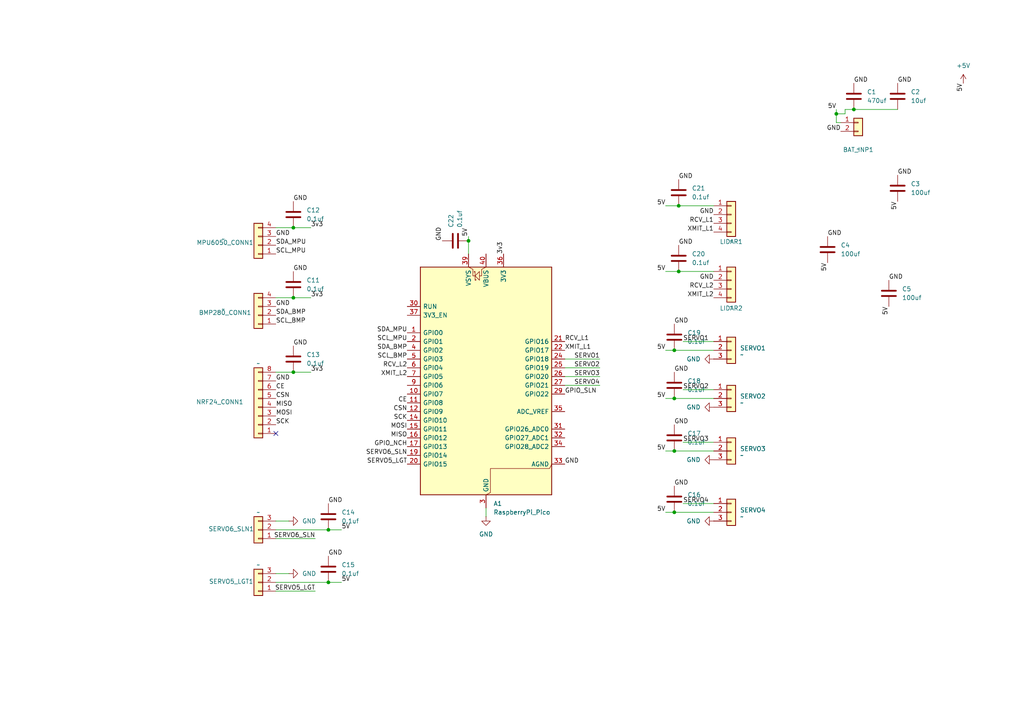
<source format=kicad_sch>
(kicad_sch (version 20250114) (generator "eeschema") (generator_version "9.0")
  (paper "A4")
  (title_block (title "ASTRA-V"))
  (lib_symbols
    (symbol "Connector_Generic:Conn_01x02" (pin_names (offset 1.016) (hide yes))
      (property "Reference" "J" (at 0 2.54 0))
      (property "Value" "Conn_01x02" (at 0 -5.08 0))
      (symbol "Conn_01x02_1_1"
        (rectangle (start -1.27 1.27) (end 1.27 -3.81) (stroke (width 0.254)) (fill (type background)))
        (rectangle (start -1.27 0.127) (end 0 -0.127) (stroke (width 0.1524)))
        (rectangle (start -1.27 -2.413) (end 0 -2.667) (stroke (width 0.1524)))
        (pin output line (at -5.08 0 0) (length 3.81) (name "Pin_1") (number "1"))
        (pin output line (at -5.08 -2.54 0) (length 3.81) (name "Pin_2") (number "2"))
      )
    )
    (symbol "Connector_Generic:Conn_01x03" (pin_names (offset 1.016) (hide yes))
      (property "Reference" "J" (at 0 5.08 0))
      (property "Value" "Conn_01x03" (at 0 -5.08 0))
      (symbol "Conn_01x03_1_1"
        (rectangle (start -1.27 3.81) (end 1.27 -3.81) (stroke (width 0.254)) (fill (type background)))
        (rectangle (start -1.27 2.667) (end 0 2.413) (stroke (width 0.1524)))
        (rectangle (start -1.27 0.127) (end 0 -0.127) (stroke (width 0.1524)))
        (rectangle (start -1.27 -2.413) (end 0 -2.667) (stroke (width 0.1524)))
        (pin passive line (at -5.08 2.54 0) (length 3.81) (name "Pin_1") (number "1"))
        (pin passive line (at -5.08 0 0) (length 3.81) (name "Pin_2") (number "2"))
        (pin passive line (at -5.08 -2.54 0) (length 3.81) (name "Pin_3") (number "3"))
      )
    )
    (symbol "Connector_Generic:Conn_01x04" (pin_names (offset 1.016) (hide yes))
      (property "Reference" "J" (at 0 5.08 0))
      (property "Value" "Conn_01x04" (at 0 -7.62 0))
      (symbol "Conn_01x04_1_1"
        (rectangle (start -1.27 3.81) (end 1.27 -6.35) (stroke (width 0.254)) (fill (type background)))
        (rectangle (start -1.27 2.667) (end 0 2.413) (stroke (width 0.1524)))
        (rectangle (start -1.27 0.127) (end 0 -0.127) (stroke (width 0.1524)))
        (rectangle (start -1.27 -2.413) (end 0 -2.667) (stroke (width 0.1524)))
        (rectangle (start -1.27 -4.953) (end 0 -5.207) (stroke (width 0.1524)))
        (pin passive line (at -5.08 2.54 0) (length 3.81) (name "Pin_1") (number "1"))
        (pin passive line (at -5.08 0 0) (length 3.81) (name "Pin_2") (number "2"))
        (pin passive line (at -5.08 -2.54 0) (length 3.81) (name "Pin_3") (number "3"))
        (pin passive line (at -5.08 -5.08 0) (length 3.81) (name "Pin_4") (number "4"))
      )
    )
    (symbol "Connector_Generic:Conn_01x08" (pin_names (offset 1.016) (hide yes))
      (property "Reference" "J" (at 0 10.16 0))
      (property "Value" "Conn_01x08" (at 0 -12.7 0))
      (symbol "Conn_01x08_1_1"
        (rectangle (start -1.27 8.89) (end 1.27 -11.43) (stroke (width 0.254)) (fill (type background)))
        (rectangle (start -1.27 7.747) (end 0 7.493) (stroke (width 0.1524)))
        (rectangle (start -1.27 5.207) (end 0 4.953) (stroke (width 0.1524)))
        (rectangle (start -1.27 2.667) (end 0 2.413) (stroke (width 0.1524)))
        (rectangle (start -1.27 0.127) (end 0 -0.127) (stroke (width 0.1524)))
        (rectangle (start -1.27 -2.413) (end 0 -2.667) (stroke (width 0.1524)))
        (rectangle (start -1.27 -4.953) (end 0 -5.207) (stroke (width 0.1524)))
        (rectangle (start -1.27 -7.493) (end 0 -7.747) (stroke (width 0.1524)))
        (rectangle (start -1.27 -10.033) (end 0 -10.287) (stroke (width 0.1524)))
        (pin passive line (at -5.08 7.62 0) (length 3.81) (name "Pin_1") (number "1"))
        (pin passive line (at -5.08 5.08 0) (length 3.81) (name "Pin_2") (number "2"))
        (pin passive line (at -5.08 2.54 0) (length 3.81) (name "Pin_3") (number "3"))
        (pin passive line (at -5.08 0 0) (length 3.81) (name "Pin_4") (number "4"))
        (pin passive line (at -5.08 -2.54 0) (length 3.81) (name "Pin_5") (number "5"))
        (pin passive line (at -5.08 -5.08 0) (length 3.81) (name "Pin_6") (number "6"))
        (pin passive line (at -5.08 -7.62 0) (length 3.81) (name "Pin_7") (number "7"))
        (pin passive line (at -5.08 -10.16 0) (length 3.81) (name "Pin_8") (number "8"))
      )
    )
    (symbol "Device:C" (pin_numbers (hide yes)) (pin_names (offset 0.254))
      (property "Reference" "C" (at 0.635 2.54 0))
      (property "Value" "C" (at 0.635 -2.54 0))
      (symbol "C_0_1"
        (polyline (pts (xy -2.032 0.762) (xy 2.032 0.762)) (stroke (width 0.508)))
        (polyline (pts (xy -2.032 -0.762) (xy 2.032 -0.762)) (stroke (width 0.508)))
      )
      (symbol "C_1_1"
        (pin passive line (at 0 3.81 270) (length 2.794) (name "~") (number "1"))
        (pin passive line (at 0 -3.81 90) (length 2.794) (name "~") (number "2"))
      )
    )
    (symbol "GND_1" (power) (pin_numbers (hide yes)) (pin_names (offset 0) (hide yes))
      (property "Value" "GND" (at 0 -3.81 0))
      (symbol "GND_1_0_1"
        (polyline (pts (xy 0 0) (xy 0 -1.27) (xy 1.27 -1.27) (xy 0 -2.54) (xy -1.27 -1.27) (xy 0 -1.27)))
      )
      (symbol "GND_1_1_1"
        (pin power_in line (at 0 0 270) (length 0) (name "~") (number "1"))
      )
    )
    (symbol "GND_2" (power) (pin_numbers (hide yes)) (pin_names (offset 0) (hide yes))
      (property "Value" "GND" (at 0 -3.81 0))
      (symbol "GND_2_0_1"
        (polyline (pts (xy 0 0) (xy 0 -1.27) (xy 1.27 -1.27) (xy 0 -2.54) (xy -1.27 -1.27) (xy 0 -1.27)))
      )
      (symbol "GND_2_1_1"
        (pin power_in line (at 0 0 270) (length 0) (name "~") (number "1"))
      )
    )
    (symbol "MCU_Module:RaspberryPi_Pico" (pin_names (offset 0.762))
      (property "Reference" "A" (at -19.05 35.56 0))
      (property "Value" "RaspberryPi_Pico" (at 7.62 35.56 0))
      (symbol "RaspberryPi_Pico_0_1"
        (rectangle (start -19.05 34.29) (end 19.05 -31.75) (stroke (width 0.254)) (fill (type background)))
        (polyline (pts (xy -5.08 34.29) (xy -3.81 33.655) (xy -3.81 31.75) (xy -3.175 31.75)))
        (polyline (pts (xy -3.429 32.766) (xy -3.429 33.02) (xy -3.175 33.02) (xy -3.175 30.48) (xy -2.921 30.48) (xy -2.921 30.734)))
        (polyline (pts (xy -3.175 31.75) (xy -1.905 33.02) (xy -1.905 30.48) (xy -3.175 31.75)))
        (polyline (pts (xy 0 34.29) (xy -1.27 33.655) (xy -1.27 31.75) (xy -1.905 31.75)))
        (polyline (pts (xy 0 -31.75) (xy 1.27 -31.115) (xy 1.27 -24.13) (xy 18.415 -24.13) (xy 19.05 -22.86)))
      )
      (symbol "RaspberryPi_Pico_1_1"
        (pin passive line (at -22.86 22.86 0) (length 3.81) (name "RUN") (number "30"))
        (pin passive line (at -22.86 20.32 0) (length 3.81) (name "3V3_EN") (number "37"))
        (pin bidirectional line (at -22.86 15.24 0) (length 3.81) (name "GPIO0") (number "1"))
        (pin bidirectional line (at -22.86 12.7 0) (length 3.81) (name "GPIO1") (number "2"))
        (pin bidirectional line (at -22.86 10.16 0) (length 3.81) (name "GPIO2") (number "4"))
        (pin bidirectional line (at -22.86 7.62 0) (length 3.81) (name "GPIO3") (number "5"))
        (pin bidirectional line (at -22.86 5.08 0) (length 3.81) (name "GPIO4") (number "6"))
        (pin bidirectional line (at -22.86 2.54 0) (length 3.81) (name "GPIO5") (number "7"))
        (pin bidirectional line (at -22.86 0 0) (length 3.81) (name "GPIO6") (number "9"))
        (pin bidirectional line (at -22.86 -2.54 0) (length 3.81) (name "GPIO7") (number "10"))
        (pin bidirectional line (at -22.86 -5.08 0) (length 3.81) (name "GPIO8") (number "11"))
        (pin bidirectional line (at -22.86 -7.62 0) (length 3.81) (name "GPIO9") (number "12"))
        (pin bidirectional line (at -22.86 -10.16 0) (length 3.81) (name "GPIO10") (number "14"))
        (pin bidirectional line (at -22.86 -12.7 0) (length 3.81) (name "GPIO11") (number "15"))
        (pin bidirectional line (at -22.86 -15.24 0) (length 3.81) (name "GPIO12") (number "16"))
        (pin bidirectional line (at -22.86 -17.78 0) (length 3.81) (name "GPIO13") (number "17"))
        (pin bidirectional line (at -22.86 -20.32 0) (length 3.81) (name "GPIO14") (number "19"))
        (pin bidirectional line (at -22.86 -22.86 0) (length 3.81) (name "GPIO15") (number "20"))
        (pin power_in line (at -5.08 38.1 270) (length 3.81) (name "VSYS") (number "39"))
        (pin power_out line (at 0 38.1 270) (length 3.81) (name "VBUS") (number "40"))
        (pin passive line (at 0 -35.56 90) (length 3.81) (hide yes) (name "GND") (number "13"))
        (pin passive line (at 0 -35.56 90) (length 3.81) (hide yes) (name "GND") (number "18"))
        (pin passive line (at 0 -35.56 90) (length 3.81) (hide yes) (name "GND") (number "23"))
        (pin passive line (at 0 -35.56 90) (length 3.81) (hide yes) (name "GND") (number "28"))
        (pin power_out line (at 0 -35.56 90) (length 3.81) (name "GND") (number "3"))
        (pin passive line (at 0 -35.56 90) (length 3.81) (hide yes) (name "GND") (number "38"))
        (pin passive line (at 0 -35.56 90) (length 3.81) (hide yes) (name "GND") (number "8"))
        (pin power_out line (at 5.08 38.1 270) (length 3.81) (name "3V3") (number "36"))
        (pin bidirectional line (at 22.86 12.7 180) (length 3.81) (name "GPIO16") (number "21"))
        (pin bidirectional line (at 22.86 10.16 180) (length 3.81) (name "GPIO17") (number "22"))
        (pin bidirectional line (at 22.86 7.62 180) (length 3.81) (name "GPIO18") (number "24"))
        (pin bidirectional line (at 22.86 5.08 180) (length 3.81) (name "GPIO19") (number "25"))
        (pin bidirectional line (at 22.86 2.54 180) (length 3.81) (name "GPIO20") (number "26"))
        (pin bidirectional line (at 22.86 0 180) (length 3.81) (name "GPIO21") (number "27"))
        (pin bidirectional line (at 22.86 -2.54 180) (length 3.81) (name "GPIO22") (number "29"))
        (pin power_in line (at 22.86 -7.62 180) (length 3.81) (name "ADC_VREF") (number "35"))
        (pin bidirectional line (at 22.86 -12.7 180) (length 3.81) (name "GPIO26_ADC0") (number "31"))
        (pin bidirectional line (at 22.86 -15.24 180) (length 3.81) (name "GPIO27_ADC1") (number "32"))
        (pin bidirectional line (at 22.86 -17.78 180) (length 3.81) (name "GPIO28_ADC2") (number "34"))
        (pin power_out line (at 22.86 -22.86 180) (length 3.81) (name "AGND") (number "33"))
      )
    )
    (symbol "power:+5V" (power) (pin_numbers (hide yes)) (pin_names (offset 0) (hide yes))
      (property "Value" "+5V" (at 0 5.08 0))
      (symbol "+5V_0_1"
        (polyline (pts (xy -0.762 1.27) (xy 0 2.54)))
        (polyline (pts (xy 0 2.54) (xy 0.762 1.27)))
        (polyline (pts (xy 0 0) (xy 0 2.54)))
      )
      (symbol "+5V_1_1"
        (pin power_out line (at 0 0 90) (length 0) (name "~") (number "1"))
      )
    )
  )
  (junction (at 85.09 66.04))
  (junction (at 247.65 31.75))
  (junction (at 95.25 153.67))
  (junction (at 85.09 86.36))
  (junction (at 196.85 78.74))
  (junction (at 135.89 69.85))
  (junction (at 195.58 130.81))
  (junction (at 85.09 107.95))
  (junction (at 195.58 115.57))
  (junction (at 195.58 101.6))
  (junction (at 95.25 168.91))
  (junction (at 242.57 33.02))
  (junction (at 195.58 148.59))
  (junction (at 196.85 59.69))
  (no_connect (at 80.01 125.73))
  (wire (pts (xy 99.06 153.67) (xy 95.25 153.67)))
  (wire (pts (xy 193.04 130.81) (xy 195.58 130.81)))
  (wire (pts (xy 83.82 166.37) (xy 80.01 166.37)))
  (wire (pts (xy 140.97 147.32) (xy 140.97 149.86)))
  (wire (pts (xy 195.58 148.59) (xy 207.01 148.59)))
  (wire (pts (xy 243.84 35.56) (xy 242.57 35.56)))
  (wire (pts (xy 85.09 66.04) (xy 80.01 66.04)))
  (wire (pts (xy 91.44 156.21) (xy 80.01 156.21)))
  (wire (pts (xy 196.85 78.74) (xy 207.01 78.74)))
  (wire (pts (xy 90.17 66.04) (xy 85.09 66.04)))
  (wire (pts (xy 99.06 168.91) (xy 95.25 168.91)))
  (wire (pts (xy 85.09 107.95) (xy 80.01 107.95)))
  (wire (pts (xy 90.17 86.36) (xy 85.09 86.36)))
  (wire (pts (xy 135.89 69.85) (xy 135.89 73.66)))
  (wire (pts (xy 198.12 128.27) (xy 207.01 128.27)))
  (wire (pts (xy 193.04 78.74) (xy 196.85 78.74)))
  (wire (pts (xy 245.11 31.75) (xy 245.11 33.02)))
  (wire (pts (xy 85.09 86.36) (xy 80.01 86.36)))
  (wire (pts (xy 247.65 31.75) (xy 260.35 31.75)))
  (wire (pts (xy 198.12 146.05) (xy 207.01 146.05)))
  (wire (pts (xy 193.04 148.59) (xy 195.58 148.59)))
  (wire (pts (xy 163.83 106.68) (xy 173.99 106.68)))
  (wire (pts (xy 245.11 33.02) (xy 242.57 33.02)))
  (wire (pts (xy 91.44 171.45) (xy 80.01 171.45)))
  (wire (pts (xy 193.04 115.57) (xy 195.58 115.57)))
  (wire (pts (xy 196.85 59.69) (xy 207.01 59.69)))
  (wire (pts (xy 245.11 31.75) (xy 247.65 31.75)))
  (wire (pts (xy 198.12 99.06) (xy 207.01 99.06)))
  (wire (pts (xy 195.58 115.57) (xy 207.01 115.57)))
  (wire (pts (xy 163.83 111.76) (xy 173.99 111.76)))
  (wire (pts (xy 193.04 101.6) (xy 195.58 101.6)))
  (wire (pts (xy 195.58 101.6) (xy 207.01 101.6)))
  (wire (pts (xy 95.25 168.91) (xy 80.01 168.91)))
  (wire (pts (xy 90.17 107.95) (xy 85.09 107.95)))
  (wire (pts (xy 242.57 33.02) (xy 242.57 31.75)))
  (wire (pts (xy 195.58 130.81) (xy 207.01 130.81)))
  (wire (pts (xy 83.82 151.13) (xy 80.01 151.13)))
  (wire (pts (xy 135.89 68.58) (xy 135.89 69.85)))
  (wire (pts (xy 193.04 59.69) (xy 196.85 59.69)))
  (wire (pts (xy 163.83 104.14) (xy 173.99 104.14)))
  (wire (pts (xy 95.25 153.67) (xy 80.01 153.67)))
  (wire (pts (xy 163.83 109.22) (xy 173.99 109.22)))
  (wire (pts (xy 242.57 35.56) (xy 242.57 33.02)))
  (wire (pts (xy 198.12 113.03) (xy 207.01 113.03)))
  (label "5V" (at 257.81 88.9 270))
  (label "XMIT_L1" (at 207.01 67.31 180))
  (label "SCL_BMP" (at 118.11 104.14 180))
  (label "5V" (at 193.04 78.74 180))
  (label "MOSI" (at 80.01 120.65 0))
  (label "GND" (at 80.01 88.9 0))
  (label "5V" (at 193.04 115.57 180))
  (label "GND" (at 195.58 123.19 0))
  (label "GND" (at 240.03 68.58 0))
  (label "SERVO6_SLN" (at 118.11 132.08 180))
  (label "GND" (at 207.01 62.23 180))
  (label "GPIO_SLN" (at 163.83 114.3 0))
  (label "GND" (at 128.27 69.85 90))
  (label "GND" (at 195.58 93.98 0))
  (label "SERVO5_LGT" (at 91.44 171.45 180))
  (label "MOSI" (at 118.11 124.46 180))
  (label "SERVO1" (at 173.99 104.14 180))
  (label "GND" (at 163.83 134.62 0))
  (label "GND" (at 260.35 50.8 0))
  (label "SDA_BMP" (at 118.11 101.6 180))
  (label "GND" (at 196.85 52.07 0))
  (label "3v3" (at 146.05 73.66 90))
  (label "SERVO4" (at 198.12 146.05 0))
  (label "GND" (at 195.58 140.97 0))
  (label "5V" (at 193.04 148.59 180))
  (label "SCK" (at 80.01 123.19 0))
  (label "SCL_BMP" (at 80.01 93.98 0))
  (label "XMIT_L1" (at 163.83 101.6 0))
  (label "5V" (at 193.04 59.69 180))
  (label "XMIT_L2" (at 118.11 109.22 180))
  (label "MISO" (at 80.01 118.11 0))
  (label "SDA_MPU" (at 80.01 71.12 0))
  (label "SERVO1" (at 198.12 99.06 0))
  (label "GND" (at 85.09 78.74 0))
  (label "3v3" (at 90.17 86.36 0))
  (label "5V" (at 135.89 68.58 90))
  (label "CSN" (at 118.11 119.38 180))
  (label "GND" (at 85.09 100.33 0))
  (label "5V" (at 240.03 76.2 270))
  (label "RCV_L1" (at 207.01 64.77 180))
  (label "CE" (at 118.11 116.84 180))
  (label "SERVO3" (at 173.99 109.22 180))
  (label "SDA_MPU" (at 118.11 96.52 180))
  (label "CE" (at 80.01 113.03 0))
  (label "SERVO6_SLN" (at 91.44 156.21 180))
  (label "5V" (at 193.04 101.6 180))
  (label "GND" (at 196.85 71.12 0))
  (label "XMIT_L2" (at 207.01 86.36 180))
  (label "SERVO2" (at 198.12 113.03 0))
  (label "5V" (at 99.06 153.67 0))
  (label "GND" (at 95.25 146.05 0))
  (label "3v3" (at 90.17 66.04 0))
  (label "SERVO5_LGT" (at 118.11 134.62 180))
  (label "5V" (at 242.57 31.75 180))
  (label "GND" (at 260.35 24.13 0))
  (label "GND" (at 195.58 107.95 0))
  (label "GND" (at 80.01 110.49 0))
  (label "RCV_L2" (at 207.01 83.82 180))
  (label "GND" (at 80.01 68.58 0))
  (label "SERVO4" (at 173.99 111.76 180))
  (label "MISO" (at 118.11 127 180))
  (label "SERVO3" (at 198.12 128.27 0))
  (label "5V" (at 193.04 130.81 180))
  (label "GND" (at 207.01 81.28 180))
  (label "GPIO_NCH" (at 118.11 129.54 180))
  (label "5V" (at 260.35 58.42 270))
  (label "SCL_MPU" (at 118.11 99.06 180))
  (label "GND" (at 247.65 24.13 0))
  (label "SCL_MPU" (at 80.01 73.66 0))
  (label "GND" (at 85.09 58.42 0))
  (label "GND" (at 243.84 38.1 180))
  (label "SCK" (at 118.11 121.92 180))
  (label "SERVO2" (at 173.99 106.68 180))
  (label "GND" (at 95.25 161.29 0))
  (label "RCV_L2" (at 118.11 106.68 180))
  (label "5V" (at 279.4 24.13 270))
  (label "CSN" (at 80.01 115.57 0))
  (label "5V" (at 99.06 168.91 0))
  (label "3v3" (at 90.17 107.95 0))
  (label "RCV_L1" (at 163.83 99.06 0))
  (label "SDA_BMP" (at 80.01 91.44 0))
  (label "GND" (at 257.81 81.28 0))
  (symbol (lib_id "Connector_Generic:Conn_01x04") (at 74.93 91.44 180) (unit 1)
    (property "Reference" "BMP280_CONN1" (at 65.278 90.678 0))
    (property "Value" "~" (at 64.77 89.662 0))
    (property "Footprint" "Connector_PinHeader_2.54mm:PinHeader_1x04_P2.54mm_Vertical" (effects (hide yes)))
    (property "Description" "Generic connector, single row, 01x04, script generated (kicad-library-utils/schlib/autogen/connector/)" (effects (hide yes)))
  )
  (symbol (lib_id "Connector_Generic:Conn_01x03") (at 212.09 148.59 0) (unit 1)
    (property "Reference" "SERVO4" (at 214.63 147.9549 0) (effects (justify left)))
    (property "Value" "~" (at 214.63 149.86 0) (effects (justify left)))
    (property "Footprint" "Connector_PinHeader_2.54mm:PinHeader_1x03_P2.54mm_Vertical" (effects (hide yes)))
    (property "Description" "Generic connector, single row, 01x03, script generated (kicad-library-utils/schlib/autogen/connector/)" (effects (hide yes)))
  )
  (symbol (lib_id "Device:C") (at 85.09 82.55 0) (unit 1)
    (property "Reference" "C11" (at 88.9 81.2799 0) (effects (justify left)))
    (property "Value" "0.1uf" (at 88.9 83.8199 0) (effects (justify left)))
    (property "Footprint" "Capacitor_THT:C_Disc_D3.0mm_W1.6mm_P2.50mm" (effects (hide yes)))
    (property "Description" "Unpolarized capacitor" (effects (hide yes)))
  )
  (symbol (lib_id "Device:C") (at 240.03 72.39 180) (unit 1)
    (property "Reference" "C4" (at 243.84 71.1199 0) (effects (justify right)))
    (property "Value" "100uf" (at 243.84 73.6599 0) (effects (justify right)))
    (property "Footprint" "Capacitor_THT:CP_Radial_D5.0mm_P2.00mm" (effects (hide yes)))
    (property "Description" "Unpolarized capacitor" (effects (hide yes)))
  )
  (symbol (lib_id "Device:C") (at 85.09 104.14 0) (unit 1)
    (property "Reference" "C13" (at 88.9 102.8699 0) (effects (justify left)))
    (property "Value" "0.1uf" (at 88.9 105.4099 0) (effects (justify left)))
    (property "Footprint" "Capacitor_THT:C_Disc_D3.0mm_W1.6mm_P2.50mm" (effects (hide yes)))
    (property "Description" "Unpolarized capacitor" (effects (hide yes)))
  )
  (symbol (lib_id "Connector_Generic:Conn_01x03") (at 212.09 130.81 0) (unit 1)
    (property "Reference" "SERVO3" (at 214.63 130.1749 0) (effects (justify left)))
    (property "Value" "~" (at 214.63 132.08 0) (effects (justify left)))
    (property "Footprint" "Connector_PinHeader_2.54mm:PinHeader_1x03_P2.54mm_Vertical" (effects (hide yes)))
    (property "Description" "Generic connector, single row, 01x03, script generated (kicad-library-utils/schlib/autogen/connector/)" (effects (hide yes)))
  )
  (symbol (lib_id "Device:C") (at 257.81 85.09 180) (unit 1)
    (property "Reference" "C5" (at 261.62 83.8199 0) (effects (justify right)))
    (property "Value" "100uf" (at 261.62 86.3599 0) (effects (justify right)))
    (property "Footprint" "Capacitor_THT:CP_Radial_D5.0mm_P2.00mm" (effects (hide yes)))
    (property "Description" "Unpolarized capacitor" (effects (hide yes)))
  )
  (symbol (lib_id "Device:C") (at 195.58 127 0) (unit 1)
    (property "Reference" "C17" (at 199.39 125.7299 0) (effects (justify left)))
    (property "Value" "0.1uf" (at 199.39 128.2699 0) (effects (justify left)))
    (property "Footprint" "Capacitor_THT:C_Disc_D3.0mm_W1.6mm_P2.50mm" (effects (hide yes)))
    (property "Description" "Unpolarized capacitor" (effects (hide yes)))
  )
  (symbol (lib_id "Connector_Generic:Conn_01x03") (at 74.93 168.91 180) (unit 1)
    (property "Reference" "SERVO5_LGT1" (at 67.056 168.656 0))
    (property "Value" "~" (at 74.93 163.83 0))
    (property "Footprint" "Connector_PinHeader_2.54mm:PinHeader_1x03_P2.54mm_Vertical" (effects (hide yes)))
    (property "Description" "Generic connector, single row, 01x03, script generated (kicad-library-utils/schlib/autogen/connector/)" (effects (hide yes)))
  )
  (symbol (lib_name "GND_2") (lib_id "power:GND") (at 207.01 118.11 270) (unit 1)
    (property "Reference" "#PWR07" (effects (hide yes)))
    (property "Value" "GND" (at 203.2 118.1099 90) (effects (justify right)))
    (property "Description" "Power symbol creates a global label with name \"GND\" , ground" (effects (hide yes)))
  )
  (symbol (lib_id "Connector_Generic:Conn_01x03") (at 74.93 153.67 180) (unit 1)
    (property "Reference" "SERVO6_SLN1" (at 67.056 153.416 0))
    (property "Value" "~" (at 74.93 148.59 0))
    (property "Footprint" "Connector_PinHeader_2.54mm:PinHeader_1x03_P2.54mm_Vertical" (effects (hide yes)))
    (property "Description" "Generic connector, single row, 01x03, script generated (kicad-library-utils/schlib/autogen/connector/)" (effects (hide yes)))
  )
  (symbol (lib_name "GND_2") (lib_id "power:GND") (at 207.01 104.14 270) (unit 1)
    (property "Reference" "#PWR08" (effects (hide yes)))
    (property "Value" "GND" (at 203.2 104.1399 90) (effects (justify right)))
    (property "Description" "Power symbol creates a global label with name \"GND\" , ground" (effects (hide yes)))
  )
  (symbol (lib_id "Connector_Generic:Conn_01x02") (at 248.92 35.56 0) (unit 1)
    (property "Reference" "BAT_INP1" (at 248.92 43.434 0))
    (property "Value" "~" (at 248.92 43.18 0))
    (property "Footprint" "TerminalBlock:TerminalBlock_bornier-2_P5.08mm" (effects (hide yes)))
    (property "Description" "Generic connector, single row, 01x02, script generated (kicad-library-utils/schlib/autogen/connector/)" (effects (hide yes)))
  )
  (symbol (lib_id "Connector_Generic:Conn_01x03") (at 212.09 115.57 0) (unit 1)
    (property "Reference" "SERVO2" (at 214.63 114.9349 0) (effects (justify left)))
    (property "Value" "~" (at 214.63 116.84 0) (effects (justify left)))
    (property "Footprint" "Connector_PinHeader_2.54mm:PinHeader_1x03_P2.54mm_Vertical" (effects (hide yes)))
    (property "Description" "Generic connector, single row, 01x03, script generated (kicad-library-utils/schlib/autogen/connector/)" (effects (hide yes)))
  )
  (symbol (lib_id "Device:C") (at 132.08 69.85 90) (unit 1)
    (property "Reference" "C22" (at 130.8099 66.04 0) (effects (justify left)))
    (property "Value" "0.1uf" (at 133.3499 66.04 0) (effects (justify left)))
    (property "Footprint" "Capacitor_THT:C_Disc_D3.0mm_W1.6mm_P2.50mm" (effects (hide yes)))
    (property "Description" "Unpolarized capacitor" (effects (hide yes)))
  )
  (symbol (lib_id "Device:C") (at 247.65 27.94 180) (unit 1)
    (property "Reference" "C1" (at 251.46 26.6699 0) (effects (justify right)))
    (property "Value" "470uf" (at 251.46 29.2099 0) (effects (justify right)))
    (property "Footprint" "Capacitor_THT:CP_Radial_D5.0mm_P2.00mm" (effects (hide yes)))
    (property "Description" "Unpolarized capacitor" (effects (hide yes)))
  )
  (symbol (lib_id "Device:C") (at 95.25 149.86 0) (unit 1)
    (property "Reference" "C14" (at 99.06 148.5899 0) (effects (justify left)))
    (property "Value" "0.1uf" (at 99.06 151.1299 0) (effects (justify left)))
    (property "Footprint" "Capacitor_THT:C_Disc_D3.0mm_W1.6mm_P2.50mm" (effects (hide yes)))
    (property "Description" "Unpolarized capacitor" (effects (hide yes)))
  )
  (symbol (lib_name "GND_2") (lib_id "power:GND") (at 207.01 133.35 270) (unit 1)
    (property "Reference" "#PWR06" (effects (hide yes)))
    (property "Value" "GND" (at 203.2 133.3499 90) (effects (justify right)))
    (property "Description" "Power symbol creates a global label with name \"GND\" , ground" (effects (hide yes)))
  )
  (symbol (lib_id "Device:C") (at 195.58 111.76 0) (unit 1)
    (property "Reference" "C18" (at 199.39 110.4899 0) (effects (justify left)))
    (property "Value" "0.1uf" (at 199.39 113.0299 0) (effects (justify left)))
    (property "Footprint" "Capacitor_THT:C_Disc_D3.0mm_W1.6mm_P2.50mm" (effects (hide yes)))
    (property "Description" "Unpolarized capacitor" (effects (hide yes)))
  )
  (symbol (lib_id "Connector_Generic:Conn_01x04") (at 212.09 81.28 0) (unit 1)
    (property "Reference" "LIDAR2" (at 212.09 89.408 0))
    (property "Value" "~" (at 212.09 88.9 0))
    (property "Footprint" "Connector_PinHeader_2.54mm:PinHeader_1x04_P2.54mm_Vertical" (effects (hide yes)))
    (property "Description" "Generic connector, single row, 01x04, script generated (kicad-library-utils/schlib/autogen/connector/)" (effects (hide yes)))
  )
  (symbol (lib_id "Device:C") (at 95.25 165.1 0) (unit 1)
    (property "Reference" "C15" (at 99.06 163.8299 0) (effects (justify left)))
    (property "Value" "0.1uf" (at 99.06 166.3699 0) (effects (justify left)))
    (property "Footprint" "Capacitor_THT:C_Disc_D3.0mm_W1.6mm_P2.50mm" (effects (hide yes)))
    (property "Description" "Unpolarized capacitor" (effects (hide yes)))
  )
  (symbol (lib_name "GND_2") (lib_id "power:GND") (at 83.82 166.37 90) (unit 1)
    (property "Reference" "#PWR011" (effects (hide yes)))
    (property "Value" "GND" (at 87.63 166.3701 90) (effects (justify right)))
    (property "Description" "Power symbol creates a global label with name \"GND\" , ground" (effects (hide yes)))
  )
  (symbol (lib_id "Connector_Generic:Conn_01x04") (at 212.09 62.23 0) (unit 1)
    (property "Reference" "LIDAR1" (at 212.09 70.104 0))
    (property "Value" "~" (at 212.09 69.85 0))
    (property "Footprint" "Connector_PinHeader_2.54mm:PinHeader_1x04_P2.54mm_Vertical" (effects (hide yes)))
    (property "Description" "Generic connector, single row, 01x04, script generated (kicad-library-utils/schlib/autogen/connector/)" (effects (hide yes)))
  )
  (symbol (lib_id "Device:C") (at 260.35 27.94 180) (unit 1)
    (property "Reference" "C2" (at 264.16 26.6699 0) (effects (justify right)))
    (property "Value" "10uf" (at 264.16 29.2099 0) (effects (justify right)))
    (property "Footprint" "Capacitor_THT:CP_Radial_D5.0mm_P2.00mm" (effects (hide yes)))
    (property "Description" "Unpolarized capacitor" (effects (hide yes)))
  )
  (symbol (lib_id "Device:C") (at 196.85 55.88 0) (unit 1)
    (property "Reference" "C21" (at 200.66 54.6099 0) (effects (justify left)))
    (property "Value" "0.1uf" (at 200.66 57.1499 0) (effects (justify left)))
    (property "Footprint" "Capacitor_THT:C_Disc_D3.0mm_W1.6mm_P2.50mm" (effects (hide yes)))
    (property "Description" "Unpolarized capacitor" (effects (hide yes)))
  )
  (symbol (lib_id "Device:C") (at 195.58 97.79 0) (unit 1)
    (property "Reference" "C19" (at 199.39 96.5199 0) (effects (justify left)))
    (property "Value" "0.1uf" (at 199.39 99.0599 0) (effects (justify left)))
    (property "Footprint" "Capacitor_THT:C_Disc_D3.0mm_W1.6mm_P2.50mm" (effects (hide yes)))
    (property "Description" "Unpolarized capacitor" (effects (hide yes)))
  )
  (symbol (lib_id "MCU_Module:RaspberryPi_Pico") (at 140.97 111.76 0) (unit 1)
    (property "Reference" "A1" (at 143.1133 146.05 0) (effects (justify left)))
    (property "Value" "RaspberryPi_Pico" (at 143.1133 148.59 0) (effects (justify left)))
    (property "Footprint" "Module:RaspberryPi_Pico_Common_Unspecified" (effects (hide yes)))
    (property "Datasheet" "https://datasheets.raspberrypi.com/pico/pico-datasheet.pdf" (effects (hide yes)))
    (property "Description" "Versatile and inexpensive microcontroller module powered by RP2040 dual-core Arm Cortex-M0+ processor up to 133 MHz, 264kB SRAM, 2MB QSPI flash; also supports Raspberry Pi Pico 2" (effects (hide yes)))
  )
  (symbol (lib_id "Connector_Generic:Conn_01x03") (at 212.09 101.6 0) (unit 1)
    (property "Reference" "SERVO1" (at 214.63 100.9649 0) (effects (justify left)))
    (property "Value" "~" (at 214.63 102.87 0) (effects (justify left)))
    (property "Footprint" "Connector_PinHeader_2.54mm:PinHeader_1x03_P2.54mm_Vertical" (effects (hide yes)))
    (property "Description" "Generic connector, single row, 01x03, script generated (kicad-library-utils/schlib/autogen/connector/)" (effects (hide yes)))
  )
  (symbol (lib_id "Connector_Generic:Conn_01x04") (at 74.93 71.12 180) (unit 1)
    (property "Reference" "MPU6050_CONN1" (at 65.278 70.358 0))
    (property "Value" "~" (at 64.77 69.342 0))
    (property "Footprint" "Connector_PinHeader_2.54mm:PinHeader_1x04_P2.54mm_Vertical" (effects (hide yes)))
    (property "Description" "Generic connector, single row, 01x04, script generated (kicad-library-utils/schlib/autogen/connector/)" (effects (hide yes)))
  )
  (symbol (lib_id "Device:C") (at 260.35 54.61 180) (unit 1)
    (property "Reference" "C3" (at 264.16 53.3399 0) (effects (justify right)))
    (property "Value" "100uf" (at 264.16 55.8799 0) (effects (justify right)))
    (property "Footprint" "Capacitor_THT:CP_Radial_D5.0mm_P2.00mm" (effects (hide yes)))
    (property "Description" "Unpolarized capacitor" (effects (hide yes)))
  )
  (symbol (lib_name "GND_2") (lib_id "power:GND") (at 207.01 151.13 270) (unit 1)
    (property "Reference" "#PWR05" (effects (hide yes)))
    (property "Value" "GND" (at 203.2 151.1299 90) (effects (justify right)))
    (property "Description" "Power symbol creates a global label with name \"GND\" , ground" (effects (hide yes)))
  )
  (symbol (lib_name "GND_1") (lib_id "power:GND") (at 140.97 149.86 0) (unit 1)
    (property "Reference" "#PWR04" (effects (hide yes)))
    (property "Value" "GND" (at 140.97 154.94 0))
    (property "Description" "Power symbol creates a global label with name \"GND\" , ground" (effects (hide yes)))
  )
  (symbol (lib_id "Device:C") (at 195.58 144.78 0) (unit 1)
    (property "Reference" "C16" (at 199.39 143.5099 0) (effects (justify left)))
    (property "Value" "0.1uf" (at 199.39 146.0499 0) (effects (justify left)))
    (property "Footprint" "Capacitor_THT:C_Disc_D3.0mm_W1.6mm_P2.50mm" (effects (hide yes)))
    (property "Description" "Unpolarized capacitor" (effects (hide yes)))
  )
  (symbol (lib_name "GND_2") (lib_id "power:GND") (at 83.82 151.13 90) (unit 1)
    (property "Reference" "#PWR012" (effects (hide yes)))
    (property "Value" "GND" (at 87.63 151.1301 90) (effects (justify right)))
    (property "Description" "Power symbol creates a global label with name \"GND\" , ground" (effects (hide yes)))
  )
  (symbol (lib_id "Device:C") (at 85.09 62.23 0) (unit 1)
    (property "Reference" "C12" (at 88.9 60.9599 0) (effects (justify left)))
    (property "Value" "0.1uf" (at 88.9 63.4999 0) (effects (justify left)))
    (property "Footprint" "Capacitor_THT:C_Disc_D3.0mm_W1.6mm_P2.50mm" (effects (hide yes)))
    (property "Description" "Unpolarized capacitor" (effects (hide yes)))
  )
  (symbol (lib_id "power:+5V") (at 279.4 24.13 0) (unit 1)
    (property "Reference" "#5V0101" (effects (hide yes)))
    (property "Value" "+5V" (at 279.4 19.05 0))
    (property "Description" "Power symbol creates a global label with name \"+5V\"" (effects (hide yes)))
  )
  (symbol (lib_id "Connector_Generic:Conn_01x08") (at 74.93 118.11 180) (unit 1)
    (property "Reference" "NRF24_CONN1" (at 63.754 116.586 0))
    (property "Value" "~" (at 74.93 105.41 0))
    (property "Footprint" "Connector_PinHeader_2.54mm:PinHeader_1x08_P2.54mm_Vertical" (effects (hide yes)))
    (property "Description" "Generic connector, single row, 01x08, script generated (kicad-library-utils/schlib/autogen/connector/)" (effects (hide yes)))
  )
  (symbol (lib_id "Device:C") (at 196.85 74.93 0) (unit 1)
    (property "Reference" "C20" (at 200.66 73.6599 0) (effects (justify left)))
    (property "Value" "0.1uf" (at 200.66 76.1999 0) (effects (justify left)))
    (property "Footprint" "Capacitor_THT:C_Disc_D3.0mm_W1.6mm_P2.50mm" (effects (hide yes)))
    (property "Description" "Unpolarized capacitor" (effects (hide yes)))
  )
)
</source>
